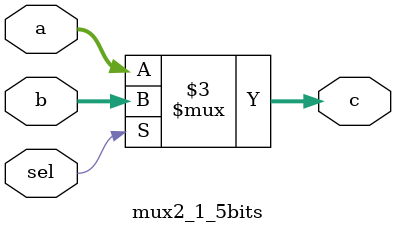
<source format=v>
`timescale 1ps/1ps

module mux2_1_5bits (
    input sel,
    input [4:0] a,
    input [4:0] b,
    output reg [4:0] c
);

always @* begin
    if (sel) begin
        c = b;
    end
    else begin
        c = a;
    end    
end
endmodule
</source>
